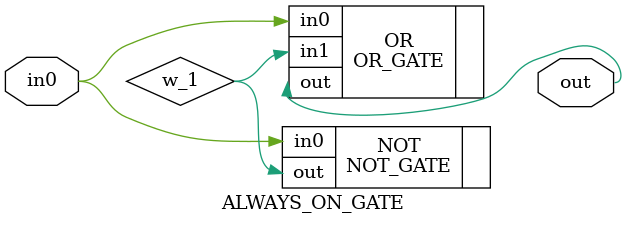
<source format=v>
module ALWAYS_ON_GATE(
     input wire       in0,
     output wire       out
);
    wire w_1;
    NOT_GATE NOT(
        .in0    (in0    ),
        .out    (w_1    )
    );
    OR_GATE OR(
        .in0    (in0    ),
        .in1    (w_1    ),
        .out    (out    )
    );
endmodule

</source>
